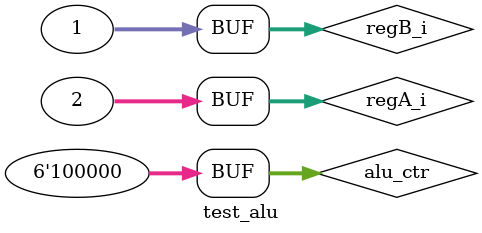
<source format=v>
`timescale 1ns / 1ps


module test_alu;
    reg [5:0]          alu_ctr;
    reg [31:0]         regA_i,regB_i;
     
    wire        sub_ctr;
    wire        sig_ctr;
    wire [3:0]  op_ctr;
    
    wire   zf; // Áã±êÖ¾
    wire   sf; // ·ûºÅ±êÖ¾
    wire   cf; // ½øÎ»/´íÎ»±êÖ¾
    wire   of; // Òç³ö±êÖ¾
    
    wire    cout;
    wire [31:0]    wdata_o; // ¶àÎ»
    
    alu_ctr alu_ctr0(.alu_ctr(alu_ctr), .sub_ctr(sub_ctr), .sig_ctr(sig_ctr), .op_ctr(op_ctr));
    alu alu0(.regA_i(regA_i), .regB_i(regB_i), .sub_ctr_i(sub_ctr), .sig_ctr_i(sig_ctr), .op_ctr_i(op_ctr), 
                .zf(zf), .sf(sf), .cf(cf), .of(of), .cout(cout), .result_o(wdata_o));
    
    initial begin
        
        alu_ctr = 6'b000000;    //add
        regA_i = 32'b0000_0000_0000_0000_0000_0000_1111_0000;
        regB_i = 32'b0000_0000_0000_0000_0000_0000_0000_0001;
        #100    
        alu_ctr = 6'b000000;    //add        
        regA_i = 32'b0111_1111_1111_1111_1111_1111_1111_1111; 
        regB_i = 32'b0111_1111_1111_1111_1111_1111_1111_1111;
        #100    
        alu_ctr = 6'b000010;    //slt    
        regA_i = 32'b1111_1111_1111_1111_1111_1111_1111_1111; 
        regB_i = 32'b0111_1111_1111_1111_1111_1111_1111_1111; 
        #100    
        alu_ctr = 6'b000010;    //slt 
        regA_i = 32'b0111_1111_1111_1111_1111_1111_1111_1111; 
        regB_i = 32'b0111_1111_1111_1111_1111_1111_1111_1111;
        #100    
        alu_ctr = 6'b000011;    //stlu
        regA_i = 32'b1111_1111_1111_1111_1111_1111_1111_1111; 
        regB_i = 32'b0111_1111_1111_1111_1111_1111_1111_1111; 
        #100    
        alu_ctr = 6'b000011;    //stlu
        regA_i = 32'b0111_1111_1111_1111_1111_1111_1111_1111; 
        regB_i = 32'b0111_1111_1111_1111_1111_1111_1111_1111;
        #100    
        alu_ctr = 6'b000110;    //or
        regA_i = 32'b1111_0000_1111_1111_1111_1111_0000_1111; 
        regB_i = 32'b0000_0000_0000_0000_1111_0000_0000_0000;
        #100    
        alu_ctr = 6'b001000;    //sub      
        regA_i = 32'b1111_1111_1111_1111_1111_1111_1111_1111; 
        regB_i = 32'b0111_1111_1111_1111_1111_1111_1111_1111;
        #100    
        alu_ctr = 6'b001000;    //sub      
        regA_i = 32'b0011_1111_1111_1111_1111_1111_1111_1111; 
        regB_i = 32'b0111_1111_1111_1111_1111_1111_1111_1111;
        #100    
        alu_ctr = 6'b110000;    //bge    
        regA_i = 32'b1111_1111_1111_1111_1111_1111_1111_1111; 
        regB_i = 32'b0111_1111_1111_1111_1111_1111_1111_1111; 
        #100    
        alu_ctr = 6'b110000;    //bge 
        regA_i = 32'b0111_1111_1111_1111_1111_1111_1111_1111; 
        regB_i = 32'b0111_1111_1111_1111_1111_1111_1111_1111;
        #100    
        alu_ctr = 6'b111000;    //bgeu
        regA_i = 32'b1111_1111_1111_1111_1111_1111_1111_1111; 
        regB_i = 32'b0111_1111_1111_1111_1111_1111_1111_1111; 
        #100    
        alu_ctr = 6'b111000;    //bgeu
        regA_i = 32'b0111_1111_1111_1111_1111_1111_1111_1111; 
        regB_i = 32'b0111_1111_1111_1111_1111_1111_1111_1111;      
        #100    
        alu_ctr = 6'b010000;    //xor
        regA_i = 32'b1111_1111_1111_1111_0000_1111_1111_1111; 
        regB_i = 32'b0000_0000_1111_0000_0000_0000_1111_0000;
        #100    
        alu_ctr = 6'b010100;    //and
        regA_i = 32'b1111_1111_1111_1111_0000_1111_1111_1111; 
        regB_i = 32'b1111_0000_0000_0000_0000_0000_0000_0000;
        #100    
        alu_ctr = 6'b011000;    //sll
        regA_i = 32'b0000_0000_0000_0000_0000_0000_0000_0001; 
        regB_i = 32'b0000_0000_0000_0000_0000_0000_0000_0001;
        #100    
        alu_ctr = 6'b011100;    //srl
        regA_i = 32'b0000_0000_0000_0000_0000_0000_0000_0010; 
        regB_i = 32'b0000_0000_0000_0000_0000_0000_0000_0001;
        #100    
        alu_ctr = 6'b100000;    //sra
        regA_i = 32'b0000_0000_0000_0000_0000_0000_0000_0010; 
        regB_i = 32'b0000_0000_0000_0000_0000_0000_0000_0001;
    end
    
endmodule

</source>
